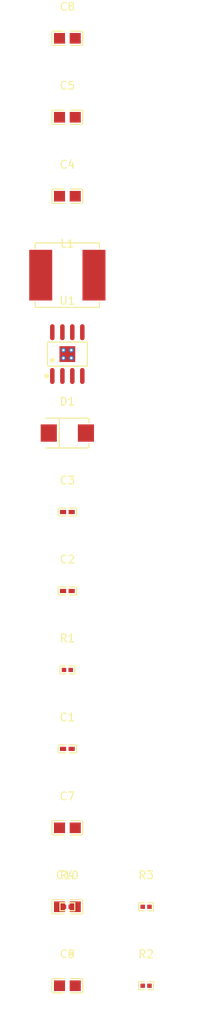
<source format=kicad_pcb>
(kicad_pcb (version 20241229) (generator "atopile") (generator_version "0.3.24")
  (layers (0 "F.Cu" signal) (31 "B.Cu" signal) (34 "B.Paste" user) (35 "F.Paste" user) (36 "B.SilkS" user "B.Silkscreen") (37 "F.SilkS" user "F.Silkscreen") (38 "B.Mask" user) (39 "F.Mask" user) (44 "Edge.Cuts" user))
  (net 0 "")
  (net 1 "net")
  (net 3 "RT_CLK")
  (net 4 "BOOT")
  (net 6 "FB")
  (net 7 "gnd")
  (net 8 "COMP")
  (net 9 "cathode")
  (net 11 "regulator-hv")
  (net 12 "hv")
  (footprint "atopile:C0805-3b2e55" (layer "F.Cu") (at 0 0 0)
    (property "Reference" "C6" (at 0 -4 0) (layer "F.SilkS") (hide no))
    (property "Value" "10µF ±10% 50V X5R")
    (fp_line (start 1.81 -0.9) (end 0.4 -0.9) (stroke (width 0.15)) (layer "F.SilkS"))
    (fp_line (start 0.4 0.9) (end 1.81 0.9) (stroke (width 0.15)) (layer "F.SilkS"))
    (fp_line (start 1.96 0.75) (end 1.96 -0.75) (stroke (width 0.15)) (layer "F.SilkS"))
    (fp_line (start -1.81 -0.9) (end -0.4 -0.9) (stroke (width 0.15)) (layer "F.SilkS"))
    (fp_line (start -0.4 0.9) (end -1.81 0.9) (stroke (width 0.15)) (layer "F.SilkS"))
    (fp_line (start -1.96 0.75) (end -1.96 -0.75) (stroke (width 0.15)) (layer "F.SilkS"))
    (fp_arc (start 1.96 0.75) (mid 1.9160660171779822 0.856066017177982) (end 1.81 0.8999999999999999) (stroke (width 0.15)) (layer "F.SilkS"))
    (fp_arc (start 1.81 -0.9) (mid 1.9160660171779822 -0.8560660171779821) (end 1.96 -0.75) (stroke (width 0.15)) (layer "F.SilkS"))
    (fp_arc (start -1.96 0.75) (mid -1.9160660171779822 0.856066017177982) (end -1.81 0.8999999999999999) (stroke (width 0.15)) (layer "F.SilkS"))
    (fp_arc (start -1.81 -0.9) (mid -1.9160660171779822 -0.8560660171779821) (end -1.96 -0.75) (stroke (width 0.15)) (layer "F.SilkS"))
    (fp_text user "${REFERENCE}" (at 0 -4 0) (layer "F.SilkS"))
    (pad "2" smd rect (at 1 0 0) (size 1.41 1.35) (layers "F.Cu" "F.Paste" "F.Mask") (net 7 "gnd"))
    (pad "1" smd rect (at -1 0 0) (size 1.41 1.35) (layers "F.Cu" "F.Paste" "F.Mask") (net 12 "hv"))
  )
  (footprint "atopile:R0402-56259e" (layer "F.Cu") (at 0 -10 0)
    (property "Reference" "R4" (at 0 -4 0) (layer "F.SilkS") (hide no))
    (property "Value" "162kΩ ±1% 62.5mW")
    (fp_line (start -0.23 0.5) (end -0.94 0.5) (stroke (width 0.15)) (layer "F.SilkS"))
    (fp_line (start -0.94 0.5) (end -0.94 -0.5) (stroke (width 0.15)) (layer "F.SilkS"))
    (fp_line (start -0.94 -0.5) (end -0.23 -0.5) (stroke (width 0.15)) (layer "F.SilkS"))
    (fp_line (start 0.23 0.5) (end 0.94 0.5) (stroke (width 0.15)) (layer "F.SilkS"))
    (fp_line (start 0.94 0.5) (end 0.94 -0.5) (stroke (width 0.15)) (layer "F.SilkS"))
    (fp_line (start 0.94 -0.5) (end 0.23 -0.5) (stroke (width 0.15)) (layer "F.SilkS"))
    (fp_text user "${REFERENCE}" (at 0 -4 0) (layer "F.SilkS"))
    (pad "2" smd rect (at 0.43 0 0) (size 0.57 0.54) (layers "F.Cu" "F.Paste" "F.Mask") (net 7 "gnd"))
    (pad "1" smd rect (at -0.43 0 0) (size 0.57 0.54) (layers "F.Cu" "F.Paste" "F.Mask") (net 3 "RT_CLK"))
  )
  (footprint "atopile:C0805-3b2e55" (layer "F.Cu") (at 0 -20 0)
    (property "Reference" "C7" (at 0 -4 0) (layer "F.SilkS") (hide no))
    (property "Value" "22µF ±20% 25V X5R")
    (fp_line (start 1.81 -0.9) (end 0.4 -0.9) (stroke (width 0.15)) (layer "F.SilkS"))
    (fp_line (start 0.4 0.9) (end 1.81 0.9) (stroke (width 0.15)) (layer "F.SilkS"))
    (fp_line (start 1.96 0.75) (end 1.96 -0.75) (stroke (width 0.15)) (layer "F.SilkS"))
    (fp_line (start -1.81 -0.9) (end -0.4 -0.9) (stroke (width 0.15)) (layer "F.SilkS"))
    (fp_line (start -0.4 0.9) (end -1.81 0.9) (stroke (width 0.15)) (layer "F.SilkS"))
    (fp_line (start -1.96 0.75) (end -1.96 -0.75) (stroke (width 0.15)) (layer "F.SilkS"))
    (fp_arc (start 1.96 0.75) (mid 1.9160660171779822 0.856066017177982) (end 1.81 0.8999999999999999) (stroke (width 0.15)) (layer "F.SilkS"))
    (fp_arc (start 1.81 -0.9) (mid 1.9160660171779822 -0.8560660171779821) (end 1.96 -0.75) (stroke (width 0.15)) (layer "F.SilkS"))
    (fp_arc (start -1.96 0.75) (mid -1.9160660171779822 0.856066017177982) (end -1.81 0.8999999999999999) (stroke (width 0.15)) (layer "F.SilkS"))
    (fp_arc (start -1.81 -0.9) (mid -1.9160660171779822 -0.8560660171779821) (end -1.96 -0.75) (stroke (width 0.15)) (layer "F.SilkS"))
    (fp_text user "${REFERENCE}" (at 0 -4 0) (layer "F.SilkS"))
    (pad "2" smd rect (at 1 0 0) (size 1.41 1.35) (layers "F.Cu" "F.Paste" "F.Mask") (net 7 "gnd"))
    (pad "1" smd rect (at -1 0 0) (size 1.41 1.35) (layers "F.Cu" "F.Paste" "F.Mask") (net 11 "regulator-hv"))
  )
  (footprint "atopile:C0402-b3ef17" (layer "F.Cu") (at 0 -30 0)
    (property "Reference" "C1" (at 0 -4 0) (layer "F.SilkS") (hide no))
    (property "Value" "100nF ±10% 50V X7R")
    (fp_line (start 1.02 -0.5) (end 0.23 -0.5) (stroke (width 0.15)) (layer "F.SilkS"))
    (fp_line (start 0.23 0.5) (end 1.02 0.5) (stroke (width 0.15)) (layer "F.SilkS"))
    (fp_line (start 1.17 0.35) (end 1.17 -0.35) (stroke (width 0.15)) (layer "F.SilkS"))
    (fp_line (start -1.02 -0.5) (end -0.23 -0.5) (stroke (width 0.15)) (layer "F.SilkS"))
    (fp_line (start -0.23 0.5) (end -1.02 0.5) (stroke (width 0.15)) (layer "F.SilkS"))
    (fp_line (start -1.17 0.35) (end -1.17 -0.35) (stroke (width 0.15)) (layer "F.SilkS"))
    (fp_arc (start 1.17 0.35) (mid 1.1260660171779822 0.456066017177982) (end 1.02 0.4999999999999999) (stroke (width 0.15)) (layer "F.SilkS"))
    (fp_arc (start 1.02 -0.5) (mid 1.1260660171779822 -0.4560660171779821) (end 1.17 -0.35) (stroke (width 0.15)) (layer "F.SilkS"))
    (fp_arc (start -1.17 0.35) (mid -1.1260660171779822 0.456066017177982) (end -1.02 0.4999999999999999) (stroke (width 0.15)) (layer "F.SilkS"))
    (fp_arc (start -1.02 -0.5) (mid -1.1260660171779822 -0.4560660171779821) (end -1.17 -0.35) (stroke (width 0.15)) (layer "F.SilkS"))
    (fp_text user "${REFERENCE}" (at 0 -4 0) (layer "F.SilkS"))
    (pad "2" smd rect (at 0.55 0 0) (size 0.79 0.54) (layers "F.Cu" "F.Paste" "F.Mask") (net 9 "cathode"))
    (pad "1" smd rect (at -0.55 0 0) (size 0.79 0.54) (layers "F.Cu" "F.Paste" "F.Mask") (net 4 "BOOT"))
  )
  (footprint "atopile:R0402-56259e" (layer "F.Cu") (at 0 -40 0)
    (property "Reference" "R1" (at 0 -4 0) (layer "F.SilkS") (hide no))
    (property "Value" "24kΩ ±0% 62.5mW")
    (fp_line (start -0.23 0.5) (end -0.94 0.5) (stroke (width 0.15)) (layer "F.SilkS"))
    (fp_line (start -0.94 0.5) (end -0.94 -0.5) (stroke (width 0.15)) (layer "F.SilkS"))
    (fp_line (start -0.94 -0.5) (end -0.23 -0.5) (stroke (width 0.15)) (layer "F.SilkS"))
    (fp_line (start 0.23 0.5) (end 0.94 0.5) (stroke (width 0.15)) (layer "F.SilkS"))
    (fp_line (start 0.94 0.5) (end 0.94 -0.5) (stroke (width 0.15)) (layer "F.SilkS"))
    (fp_line (start 0.94 -0.5) (end 0.23 -0.5) (stroke (width 0.15)) (layer "F.SilkS"))
    (fp_text user "${REFERENCE}" (at 0 -4 0) (layer "F.SilkS"))
    (pad "2" smd rect (at 0.43 0 0) (size 0.57 0.54) (layers "F.Cu" "F.Paste" "F.Mask") (net 1 "net"))
    (pad "1" smd rect (at -0.43 0 0) (size 0.57 0.54) (layers "F.Cu" "F.Paste" "F.Mask") (net 8 "COMP"))
  )
  (footprint "atopile:C0402-b3ef17" (layer "F.Cu") (at 0 -50 0)
    (property "Reference" "C2" (at 0 -4 0) (layer "F.SilkS") (hide no))
    (property "Value" "4.7nF ±5% 50V C0G")
    (fp_line (start 1.02 -0.5) (end 0.23 -0.5) (stroke (width 0.15)) (layer "F.SilkS"))
    (fp_line (start 0.23 0.5) (end 1.02 0.5) (stroke (width 0.15)) (layer "F.SilkS"))
    (fp_line (start 1.17 0.35) (end 1.17 -0.35) (stroke (width 0.15)) (layer "F.SilkS"))
    (fp_line (start -1.02 -0.5) (end -0.23 -0.5) (stroke (width 0.15)) (layer "F.SilkS"))
    (fp_line (start -0.23 0.5) (end -1.02 0.5) (stroke (width 0.15)) (layer "F.SilkS"))
    (fp_line (start -1.17 0.35) (end -1.17 -0.35) (stroke (width 0.15)) (layer "F.SilkS"))
    (fp_arc (start 1.17 0.35) (mid 1.1260660171779822 0.456066017177982) (end 1.02 0.4999999999999999) (stroke (width 0.15)) (layer "F.SilkS"))
    (fp_arc (start 1.02 -0.5) (mid 1.1260660171779822 -0.4560660171779821) (end 1.17 -0.35) (stroke (width 0.15)) (layer "F.SilkS"))
    (fp_arc (start -1.17 0.35) (mid -1.1260660171779822 0.456066017177982) (end -1.02 0.4999999999999999) (stroke (width 0.15)) (layer "F.SilkS"))
    (fp_arc (start -1.02 -0.5) (mid -1.1260660171779822 -0.4560660171779821) (end -1.17 -0.35) (stroke (width 0.15)) (layer "F.SilkS"))
    (fp_text user "${REFERENCE}" (at 0 -4 0) (layer "F.SilkS"))
    (pad "2" smd rect (at 0.55 0 0) (size 0.79 0.54) (layers "F.Cu" "F.Paste" "F.Mask") (net 7 "gnd"))
    (pad "1" smd rect (at -0.55 0 0) (size 0.79 0.54) (layers "F.Cu" "F.Paste" "F.Mask") (net 1 "net"))
  )
  (footprint "atopile:C0402-b3ef17" (layer "F.Cu") (at 0 -60 0)
    (property "Reference" "C3" (at 0 -4 0) (layer "F.SilkS") (hide no))
    (property "Value" "8.2pF ±5% 50V C0G")
    (fp_line (start 1.02 -0.5) (end 0.23 -0.5) (stroke (width 0.15)) (layer "F.SilkS"))
    (fp_line (start 0.23 0.5) (end 1.02 0.5) (stroke (width 0.15)) (layer "F.SilkS"))
    (fp_line (start 1.17 0.35) (end 1.17 -0.35) (stroke (width 0.15)) (layer "F.SilkS"))
    (fp_line (start -1.02 -0.5) (end -0.23 -0.5) (stroke (width 0.15)) (layer "F.SilkS"))
    (fp_line (start -0.23 0.5) (end -1.02 0.5) (stroke (width 0.15)) (layer "F.SilkS"))
    (fp_line (start -1.17 0.35) (end -1.17 -0.35) (stroke (width 0.15)) (layer "F.SilkS"))
    (fp_arc (start 1.17 0.35) (mid 1.1260660171779822 0.456066017177982) (end 1.02 0.4999999999999999) (stroke (width 0.15)) (layer "F.SilkS"))
    (fp_arc (start 1.02 -0.5) (mid 1.1260660171779822 -0.4560660171779821) (end 1.17 -0.35) (stroke (width 0.15)) (layer "F.SilkS"))
    (fp_arc (start -1.17 0.35) (mid -1.1260660171779822 0.456066017177982) (end -1.02 0.4999999999999999) (stroke (width 0.15)) (layer "F.SilkS"))
    (fp_arc (start -1.02 -0.5) (mid -1.1260660171779822 -0.4560660171779821) (end -1.17 -0.35) (stroke (width 0.15)) (layer "F.SilkS"))
    (fp_text user "${REFERENCE}" (at 0 -4 0) (layer "F.SilkS"))
    (pad "2" smd rect (at 0.55 0 0) (size 0.79 0.54) (layers "F.Cu" "F.Paste" "F.Mask") (net 7 "gnd"))
    (pad "1" smd rect (at -0.55 0 0) (size 0.79 0.54) (layers "F.Cu" "F.Paste" "F.Mask") (net 8 "COMP"))
  )
  (footprint "atopile:SMB_L4.6-W3.6-LS5.3-RD-330cb3" (layer "F.Cu") (at 0 -70 0)
    (property "Reference" "D1" (at 0 -4 0) (layer "F.SilkS") (hide no))
    (property "Value" "")
    (fp_line (start -1.02 -1.89) (end -1.02 1.89) (stroke (width 0.15)) (layer "F.SilkS"))
    (fp_line (start -2.74 -1.89) (end 2.74 -1.89) (stroke (width 0.15)) (layer "F.SilkS"))
    (fp_line (start -2.74 1.89) (end 2.74 1.89) (stroke (width 0.15)) (layer "F.SilkS"))
    (fp_line (start 2.74 -1.89) (end 2.74 -1.3) (stroke (width 0.15)) (layer "F.SilkS"))
    (fp_line (start 2.74 1.89) (end 2.74 1.3) (stroke (width 0.15)) (layer "F.SilkS"))
    (fp_text user "${REFERENCE}" (at 0 -4 0) (layer "F.SilkS"))
    (pad "2" smd rect (at 2.36 0 0) (size 2.05 2.19) (layers "F.Cu" "F.Paste" "F.Mask") (net 7 "gnd"))
    (pad "1" smd rect (at -2.36 0 0) (size 2.05 2.19) (layers "F.Cu" "F.Paste" "F.Mask") (net 9 "cathode"))
  )
  (footprint "atopile:SOIC-8_L5.0-W4.0-P1.27-LS6.0-BL-EP2.0-748c0f" (layer "F.Cu") (at 0 -80 0)
    (property "Reference" "U1" (at 0 -6.77 0) (layer "F.SilkS") (hide no))
    (property "Value" "")
    (fp_line (start -2.53 1.52) (end -2.53 -1.52) (stroke (width 0.15)) (layer "F.SilkS"))
    (fp_line (start -2.53 -1.52) (end 2.53 -1.52) (stroke (width 0.15)) (layer "F.SilkS"))
    (fp_line (start 2.53 -1.52) (end 2.53 1.52) (stroke (width 0.15)) (layer "F.SilkS"))
    (fp_line (start 2.53 1.52) (end -2.53 1.52) (stroke (width 0.15)) (layer "F.SilkS"))
    (fp_circle (center -1.91 0.77) (end -1.76 0.77) (stroke (width 0.3)) (fill no) (layer "F.SilkS"))
    (fp_circle (center -2.64 2.77) (end -2.49 2.77) (stroke (width 0.3)) (fill no) (layer "F.SilkS"))
    (fp_text user "${REFERENCE}" (at 0 -6.77 0) (layer "F.SilkS"))
    (pad "1" smd oval (at -1.91 2.77 0) (size 0.57 2.04) (layers "F.Cu" "F.Paste" "F.Mask") (net 4 "BOOT"))
    (pad "2" smd oval (at -0.63 2.77 0) (size 0.57 2.04) (layers "F.Cu" "F.Paste" "F.Mask") (net 12 "hv"))
    (pad "3" smd oval (at 0.63 2.77 0) (size 0.57 2.04) (layers "F.Cu" "F.Paste" "F.Mask") (net 12 "hv"))
    (pad "4" smd oval (at 1.9 2.77 0) (size 0.57 2.04) (layers "F.Cu" "F.Paste" "F.Mask") (net 3 "RT_CLK"))
    (pad "8" smd oval (at -1.91 -2.77 0) (size 0.57 2.04) (layers "F.Cu" "F.Paste" "F.Mask") (net 9 "cathode"))
    (pad "7" smd oval (at -0.63 -2.77 0) (size 0.57 2.04) (layers "F.Cu" "F.Paste" "F.Mask") (net 7 "gnd"))
    (pad "6" smd oval (at 0.63 -2.77 0) (size 0.57 2.04) (layers "F.Cu" "F.Paste" "F.Mask") (net 8 "COMP"))
    (pad "5" smd oval (at 1.9 -2.77 0) (size 0.57 2.04) (layers "F.Cu" "F.Paste" "F.Mask") (net 6 "FB"))
    (pad "9" smd rect (at 0 0 0) (size 2 2) (layers "F.Cu" "F.Paste" "F.Mask") (net 7 "gnd"))
    (pad "" thru_hole circle (at 0.5 -0.5 0) (size 0.61 0.61) (drill 0.3) (layers "*.Cu" "*.Paste" "*.Mask"))
    (pad "" thru_hole circle (at -0.5 -0.5 0) (size 0.61 0.61) (drill 0.3) (layers "*.Cu" "*.Paste" "*.Mask"))
    (pad "" thru_hole circle (at -0.5 0.5 0) (size 0.61 0.61) (drill 0.3) (layers "*.Cu" "*.Paste" "*.Mask"))
    (pad "" thru_hole circle (at 0.5 0.5 0) (size 0.61 0.61) (drill 0.3) (layers "*.Cu" "*.Paste" "*.Mask"))
  )
  (footprint "atopile:IND-SMD_L8.0-W8.0_SWPA8040S-2a70f8" (layer "F.Cu") (at 0 -90 0)
    (property "Reference" "L1" (at 0 -4 0) (layer "F.SilkS") (hide no))
    (property "Value" "")
    (fp_line (start -4.08 -3.36) (end -4.08 -4.08) (stroke (width 0.15)) (layer "F.SilkS"))
    (fp_line (start -4.08 -4.08) (end 4.08 -4.08) (stroke (width 0.15)) (layer "F.SilkS"))
    (fp_line (start 4.08 -4.08) (end 4.08 -3.36) (stroke (width 0.15)) (layer "F.SilkS"))
    (fp_line (start -4.08 3.36) (end -4.08 4.08) (stroke (width 0.15)) (layer "F.SilkS"))
    (fp_line (start -4.08 4.08) (end 4.08 4.08) (stroke (width 0.15)) (layer "F.SilkS"))
    (fp_line (start 4.08 4.08) (end 4.08 3.36) (stroke (width 0.15)) (layer "F.SilkS"))
    (fp_text user "${REFERENCE}" (at 0 -4 0) (layer "F.SilkS"))
    (pad "1" smd rect (at 3.38 0 0) (size 2.92 6.42) (layers "F.Cu" "F.Paste" "F.Mask") (net 9 "cathode"))
    (pad "2" smd rect (at -3.38 0 0) (size 2.92 6.42) (layers "F.Cu" "F.Paste" "F.Mask") (net 11 "regulator-hv"))
  )
  (footprint "atopile:C0805-3b2e55" (layer "F.Cu") (at 0 -100 0)
    (property "Reference" "C4" (at 0 -4 0) (layer "F.SilkS") (hide no))
    (property "Value" "10µF ±10% 50V X5R")
    (fp_line (start 1.81 -0.9) (end 0.4 -0.9) (stroke (width 0.15)) (layer "F.SilkS"))
    (fp_line (start 0.4 0.9) (end 1.81 0.9) (stroke (width 0.15)) (layer "F.SilkS"))
    (fp_line (start 1.96 0.75) (end 1.96 -0.75) (stroke (width 0.15)) (layer "F.SilkS"))
    (fp_line (start -1.81 -0.9) (end -0.4 -0.9) (stroke (width 0.15)) (layer "F.SilkS"))
    (fp_line (start -0.4 0.9) (end -1.81 0.9) (stroke (width 0.15)) (layer "F.SilkS"))
    (fp_line (start -1.96 0.75) (end -1.96 -0.75) (stroke (width 0.15)) (layer "F.SilkS"))
    (fp_arc (start 1.96 0.75) (mid 1.9160660171779822 0.856066017177982) (end 1.81 0.8999999999999999) (stroke (width 0.15)) (layer "F.SilkS"))
    (fp_arc (start 1.81 -0.9) (mid 1.9160660171779822 -0.8560660171779821) (end 1.96 -0.75) (stroke (width 0.15)) (layer "F.SilkS"))
    (fp_arc (start -1.96 0.75) (mid -1.9160660171779822 0.856066017177982) (end -1.81 0.8999999999999999) (stroke (width 0.15)) (layer "F.SilkS"))
    (fp_arc (start -1.81 -0.9) (mid -1.9160660171779822 -0.8560660171779821) (end -1.96 -0.75) (stroke (width 0.15)) (layer "F.SilkS"))
    (fp_text user "${REFERENCE}" (at 0 -4 0) (layer "F.SilkS"))
    (pad "2" smd rect (at 1 0 0) (size 1.41 1.35) (layers "F.Cu" "F.Paste" "F.Mask") (net 7 "gnd"))
    (pad "1" smd rect (at -1 0 0) (size 1.41 1.35) (layers "F.Cu" "F.Paste" "F.Mask") (net 12 "hv"))
  )
  (footprint "atopile:C0805-3b2e55" (layer "F.Cu") (at 0 -110 0)
    (property "Reference" "C5" (at 0 -4 0) (layer "F.SilkS") (hide no))
    (property "Value" "10µF ±10% 50V X5R")
    (fp_line (start 1.81 -0.9) (end 0.4 -0.9) (stroke (width 0.15)) (layer "F.SilkS"))
    (fp_line (start 0.4 0.9) (end 1.81 0.9) (stroke (width 0.15)) (layer "F.SilkS"))
    (fp_line (start 1.96 0.75) (end 1.96 -0.75) (stroke (width 0.15)) (layer "F.SilkS"))
    (fp_line (start -1.81 -0.9) (end -0.4 -0.9) (stroke (width 0.15)) (layer "F.SilkS"))
    (fp_line (start -0.4 0.9) (end -1.81 0.9) (stroke (width 0.15)) (layer "F.SilkS"))
    (fp_line (start -1.96 0.75) (end -1.96 -0.75) (stroke (width 0.15)) (layer "F.SilkS"))
    (fp_arc (start 1.96 0.75) (mid 1.9160660171779822 0.856066017177982) (end 1.81 0.8999999999999999) (stroke (width 0.15)) (layer "F.SilkS"))
    (fp_arc (start 1.81 -0.9) (mid 1.9160660171779822 -0.8560660171779821) (end 1.96 -0.75) (stroke (width 0.15)) (layer "F.SilkS"))
    (fp_arc (start -1.96 0.75) (mid -1.9160660171779822 0.856066017177982) (end -1.81 0.8999999999999999) (stroke (width 0.15)) (layer "F.SilkS"))
    (fp_arc (start -1.81 -0.9) (mid -1.9160660171779822 -0.8560660171779821) (end -1.96 -0.75) (stroke (width 0.15)) (layer "F.SilkS"))
    (fp_text user "${REFERENCE}" (at 0 -4 0) (layer "F.SilkS"))
    (pad "2" smd rect (at 1 0 0) (size 1.41 1.35) (layers "F.Cu" "F.Paste" "F.Mask") (net 7 "gnd"))
    (pad "1" smd rect (at -1 0 0) (size 1.41 1.35) (layers "F.Cu" "F.Paste" "F.Mask") (net 12 "hv"))
  )
  (footprint "atopile:C0805-3b2e55" (layer "F.Cu") (at 0 -120 0)
    (property "Reference" "C8" (at 0 -4 0) (layer "F.SilkS") (hide no))
    (property "Value" "22µF ±20% 25V X5R")
    (fp_line (start 1.81 -0.9) (end 0.4 -0.9) (stroke (width 0.15)) (layer "F.SilkS"))
    (fp_line (start 0.4 0.9) (end 1.81 0.9) (stroke (width 0.15)) (layer "F.SilkS"))
    (fp_line (start 1.96 0.75) (end 1.96 -0.75) (stroke (width 0.15)) (layer "F.SilkS"))
    (fp_line (start -1.81 -0.9) (end -0.4 -0.9) (stroke (width 0.15)) (layer "F.SilkS"))
    (fp_line (start -0.4 0.9) (end -1.81 0.9) (stroke (width 0.15)) (layer "F.SilkS"))
    (fp_line (start -1.96 0.75) (end -1.96 -0.75) (stroke (width 0.15)) (layer "F.SilkS"))
    (fp_arc (start 1.96 0.75) (mid 1.9160660171779822 0.856066017177982) (end 1.81 0.8999999999999999) (stroke (width 0.15)) (layer "F.SilkS"))
    (fp_arc (start 1.81 -0.9) (mid 1.9160660171779822 -0.8560660171779821) (end 1.96 -0.75) (stroke (width 0.15)) (layer "F.SilkS"))
    (fp_arc (start -1.96 0.75) (mid -1.9160660171779822 0.856066017177982) (end -1.81 0.8999999999999999) (stroke (width 0.15)) (layer "F.SilkS"))
    (fp_arc (start -1.81 -0.9) (mid -1.9160660171779822 -0.8560660171779821) (end -1.96 -0.75) (stroke (width 0.15)) (layer "F.SilkS"))
    (fp_text user "${REFERENCE}" (at 0 -4 0) (layer "F.SilkS"))
    (pad "2" smd rect (at 1 0 0) (size 1.41 1.35) (layers "F.Cu" "F.Paste" "F.Mask") (net 7 "gnd"))
    (pad "1" smd rect (at -1 0 0) (size 1.41 1.35) (layers "F.Cu" "F.Paste" "F.Mask") (net 11 "regulator-hv"))
  )
  (footprint "atopile:R0402-56259e" (layer "F.Cu") (at 10 0 0)
    (property "Reference" "R2" (at 0 -4 0) (layer "F.SilkS") (hide no))
    (property "Value" "10kΩ ±1% 62.5mW")
    (fp_line (start -0.23 0.5) (end -0.94 0.5) (stroke (width 0.15)) (layer "F.SilkS"))
    (fp_line (start -0.94 0.5) (end -0.94 -0.5) (stroke (width 0.15)) (layer "F.SilkS"))
    (fp_line (start -0.94 -0.5) (end -0.23 -0.5) (stroke (width 0.15)) (layer "F.SilkS"))
    (fp_line (start 0.23 0.5) (end 0.94 0.5) (stroke (width 0.15)) (layer "F.SilkS"))
    (fp_line (start 0.94 0.5) (end 0.94 -0.5) (stroke (width 0.15)) (layer "F.SilkS"))
    (fp_line (start 0.94 -0.5) (end 0.23 -0.5) (stroke (width 0.15)) (layer "F.SilkS"))
    (fp_text user "${REFERENCE}" (at 0 -4 0) (layer "F.SilkS"))
    (pad "2" smd rect (at 0.43 0 0) (size 0.57 0.54) (layers "F.Cu" "F.Paste" "F.Mask") (net 7 "gnd"))
    (pad "1" smd rect (at -0.43 0 0) (size 0.57 0.54) (layers "F.Cu" "F.Paste" "F.Mask") (net 6 "FB"))
  )
  (footprint "atopile:R0402-56259e" (layer "F.Cu") (at 10 -10 0)
    (property "Reference" "R3" (at 0 -4 0) (layer "F.SilkS") (hide no))
    (property "Value" "300kΩ ±1% 62.5mW")
    (fp_line (start -0.23 0.5) (end -0.94 0.5) (stroke (width 0.15)) (layer "F.SilkS"))
    (fp_line (start -0.94 0.5) (end -0.94 -0.5) (stroke (width 0.15)) (layer "F.SilkS"))
    (fp_line (start -0.94 -0.5) (end -0.23 -0.5) (stroke (width 0.15)) (layer "F.SilkS"))
    (fp_line (start 0.23 0.5) (end 0.94 0.5) (stroke (width 0.15)) (layer "F.SilkS"))
    (fp_line (start 0.94 0.5) (end 0.94 -0.5) (stroke (width 0.15)) (layer "F.SilkS"))
    (fp_line (start 0.94 -0.5) (end 0.23 -0.5) (stroke (width 0.15)) (layer "F.SilkS"))
    (fp_text user "${REFERENCE}" (at 0 -4 0) (layer "F.SilkS"))
    (pad "2" smd rect (at 0.43 0 0) (size 0.57 0.54) (layers "F.Cu" "F.Paste" "F.Mask") (net 6 "FB"))
    (pad "1" smd rect (at -0.43 0 0) (size 0.57 0.54) (layers "F.Cu" "F.Paste" "F.Mask") (net 11 "regulator-hv"))
  )
  (footprint "atopile:C0805-3b2e55" (layer "F.Cu") (at 0 0 0)
    (property "Reference" "C9" (at 0 -4 0) (layer "F.SilkS") (hide no))
    (property "Value" "22µF ±20% 25V X5R")
    (fp_line (start 1.81 -0.9) (end 0.4 -0.9) (stroke (width 0.15)) (layer "F.SilkS"))
    (fp_line (start 0.4 0.9) (end 1.81 0.9) (stroke (width 0.15)) (layer "F.SilkS"))
    (fp_line (start 1.96 0.75) (end 1.96 -0.75) (stroke (width 0.15)) (layer "F.SilkS"))
    (fp_line (start -1.81 -0.9) (end -0.4 -0.9) (stroke (width 0.15)) (layer "F.SilkS"))
    (fp_line (start -0.4 0.9) (end -1.81 0.9) (stroke (width 0.15)) (layer "F.SilkS"))
    (fp_line (start -1.96 0.75) (end -1.96 -0.75) (stroke (width 0.15)) (layer "F.SilkS"))
    (fp_arc (start 1.96 0.75) (mid 1.9160660171779822 0.856066017177982) (end 1.81 0.8999999999999999) (stroke (width 0.15)) (layer "F.SilkS"))
    (fp_arc (start 1.81 -0.9) (mid 1.9160660171779822 -0.8560660171779821) (end 1.96 -0.75) (stroke (width 0.15)) (layer "F.SilkS"))
    (fp_arc (start -1.96 0.75) (mid -1.9160660171779822 0.856066017177982) (end -1.81 0.8999999999999999) (stroke (width 0.15)) (layer "F.SilkS"))
    (fp_arc (start -1.81 -0.9) (mid -1.9160660171779822 -0.8560660171779821) (end -1.96 -0.75) (stroke (width 0.15)) (layer "F.SilkS"))
    (fp_text user "${REFERENCE}" (at 0 -4 0) (layer "F.SilkS"))
    (pad "2" smd rect (at 1 0 0) (size 1.41 1.35) (layers "F.Cu" "F.Paste" "F.Mask") (net 7 "gnd"))
    (pad "1" smd rect (at -1 0 0) (size 1.41 1.35) (layers "F.Cu" "F.Paste" "F.Mask") (net 11 "regulator-hv"))
  )
  (footprint "atopile:C0805-3b2e55" (layer "F.Cu") (at 0 -10 0)
    (property "Reference" "C10" (at 0 -4 0) (layer "F.SilkS") (hide no))
    (property "Value" "22µF ±20% 25V X5R")
    (fp_line (start 1.81 -0.9) (end 0.4 -0.9) (stroke (width 0.15)) (layer "F.SilkS"))
    (fp_line (start 0.4 0.9) (end 1.81 0.9) (stroke (width 0.15)) (layer "F.SilkS"))
    (fp_line (start 1.96 0.75) (end 1.96 -0.75) (stroke (width 0.15)) (layer "F.SilkS"))
    (fp_line (start -1.81 -0.9) (end -0.4 -0.9) (stroke (width 0.15)) (layer "F.SilkS"))
    (fp_line (start -0.4 0.9) (end -1.81 0.9) (stroke (width 0.15)) (layer "F.SilkS"))
    (fp_line (start -1.96 0.75) (end -1.96 -0.75) (stroke (width 0.15)) (layer "F.SilkS"))
    (fp_arc (start 1.96 0.75) (mid 1.9160660171779822 0.856066017177982) (end 1.81 0.8999999999999999) (stroke (width 0.15)) (layer "F.SilkS"))
    (fp_arc (start 1.81 -0.9) (mid 1.9160660171779822 -0.8560660171779821) (end 1.96 -0.75) (stroke (width 0.15)) (layer "F.SilkS"))
    (fp_arc (start -1.96 0.75) (mid -1.9160660171779822 0.856066017177982) (end -1.81 0.8999999999999999) (stroke (width 0.15)) (layer "F.SilkS"))
    (fp_arc (start -1.81 -0.9) (mid -1.9160660171779822 -0.8560660171779821) (end -1.96 -0.75) (stroke (width 0.15)) (layer "F.SilkS"))
    (fp_text user "${REFERENCE}" (at 0 -4 0) (layer "F.SilkS"))
    (pad "2" smd rect (at 1 0 0) (size 1.41 1.35) (layers "F.Cu" "F.Paste" "F.Mask") (net 7 "gnd"))
    (pad "1" smd rect (at -1 0 0) (size 1.41 1.35) (layers "F.Cu" "F.Paste" "F.Mask") (net 11 "regulator-hv"))
  )
)
</source>
